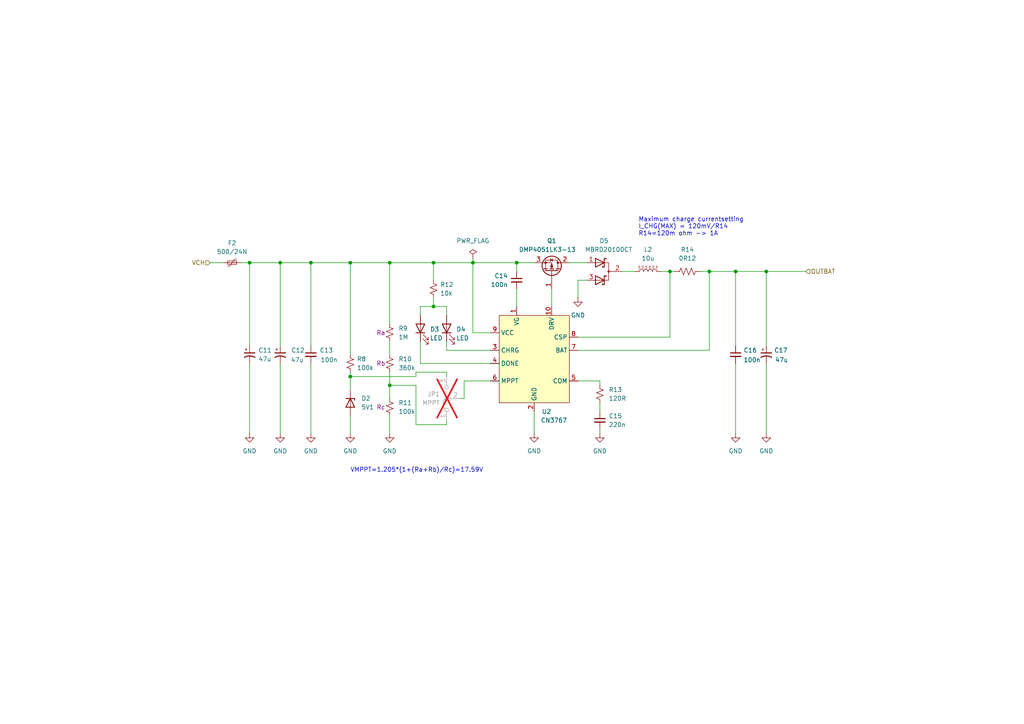
<source format=kicad_sch>
(kicad_sch (version 20250114) (generator "eeschema") (generator_version "9.0")
  (paper "A4")
  (title_block (title "UPS Lead Acid") (date "2025-06-05") (rev "1.0") (company "Electgpl"))
  (lib_symbols
    (symbol "Device:C_Polarized_Small_US" (pin_numbers (hide yes)) (pin_names (offset 0.254) (hide yes))
      (property "Reference" "C" (at 0.254 1.778 0))
      (property "Value" "C_Polarized_Small_US" (at 0.254 -2.032 0))
      (symbol "C_Polarized_Small_US_0_1"
        (polyline (pts (xy -1.524 0.508) (xy 1.524 0.508)) (stroke (width 0.3048)))
        (polyline (pts (xy -1.27 1.524) (xy -0.762 1.524)))
        (polyline (pts (xy -1.016 1.27) (xy -1.016 1.778)))
        (arc (start -1.524 -0.762) (mid 0 -0.3734) (end 1.524 -0.762) (stroke (width 0.3048)))
      )
      (symbol "C_Polarized_Small_US_1_1"
        (pin passive line (at 0 2.54 270) (length 2.032) (name "~") (number "1"))
        (pin passive line (at 0 -2.54 90) (length 2.032) (name "~") (number "2"))
      )
    )
    (symbol "Device:C_Small" (pin_numbers (hide yes)) (pin_names (offset 0.254) (hide yes))
      (property "Reference" "C" (at 0.254 1.778 0))
      (property "Value" "C_Small" (at 0.254 -2.032 0))
      (symbol "C_Small_0_1"
        (polyline (pts (xy -1.524 0.508) (xy 1.524 0.508)) (stroke (width 0.3048)))
        (polyline (pts (xy -1.524 -0.508) (xy 1.524 -0.508)) (stroke (width 0.3302)))
      )
      (symbol "C_Small_1_1"
        (pin passive line (at 0 2.54 270) (length 2.032) (name "~") (number "1"))
        (pin passive line (at 0 -2.54 90) (length 2.032) (name "~") (number "2"))
      )
    )
    (symbol "Device:D_Schottky_Dual_CommonCathode_AKA_Parallel" (pin_names (offset 0.762) (hide yes))
      (property "Reference" "D" (at 0 5.08 0))
      (property "Value" "D_Schottky_Dual_CommonCathode_AKA_Parallel" (at 0 -5.08 0))
      (symbol "D_Schottky_Dual_CommonCathode_AKA_Parallel_0_1"
        (polyline (pts (xy -2.54 3.81) (xy 0 2.54) (xy -2.54 1.27) (xy -2.54 3.81) (xy -2.54 3.81) (xy -2.54 3.81)) (stroke (width 0.254)))
        (polyline (pts (xy -2.54 -1.27) (xy 0 -2.54) (xy -2.54 -3.81) (xy -2.54 -1.27) (xy -2.54 -1.27) (xy -2.54 -1.27)) (stroke (width 0.254)))
        (polyline (pts (xy -2.54 -2.54) (xy 1.27 -2.54) (xy 1.27 2.54) (xy -2.54 2.54)))
        (polyline (pts (xy 0.508 3.556) (xy 0.508 3.81) (xy 0 3.81) (xy 0 1.27) (xy -0.508 1.27) (xy -0.508 1.524)) (stroke (width 0.254)))
        (polyline (pts (xy 0.508 -1.524) (xy 0.508 -1.27) (xy 0 -1.27) (xy 0 -3.81) (xy -0.508 -3.81) (xy -0.508 -3.556)) (stroke (width 0.254)))
        (polyline (pts (xy 1.27 0) (xy 2.54 0)))
        (circle (center 1.27 0) (radius 0.254) (fill (type outline)))
        (pin passive line (at -5.08 2.54 0) (length 2.54) (name "A") (number "1"))
        (pin passive line (at -5.08 -2.54 0) (length 2.54) (name "A") (number "3"))
        (pin passive line (at 5.08 0 180) (length 2.54) (name "K") (number "2"))
      )
    )
    (symbol "Device:D_Zener" (pin_numbers (hide yes)) (pin_names (offset 1.016) (hide yes))
      (property "Reference" "D" (at 0 2.54 0))
      (property "Value" "D_Zener" (at 0 -2.54 0))
      (symbol "D_Zener_0_1"
        (polyline (pts (xy -1.27 -1.27) (xy -1.27 1.27) (xy -0.762 1.27)) (stroke (width 0.254)))
        (polyline (pts (xy 1.27 0) (xy -1.27 0)))
        (polyline (pts (xy 1.27 -1.27) (xy 1.27 1.27) (xy -1.27 0) (xy 1.27 -1.27)) (stroke (width 0.254)))
      )
      (symbol "D_Zener_1_1"
        (pin passive line (at -3.81 0 0) (length 2.54) (name "K") (number "1"))
        (pin passive line (at 3.81 0 180) (length 2.54) (name "A") (number "2"))
      )
    )
    (symbol "Device:LED" (pin_numbers (hide yes)) (pin_names (offset 1.016) (hide yes))
      (property "Reference" "D" (at 0 2.54 0))
      (property "Value" "LED" (at 0 -2.54 0))
      (symbol "LED_0_1"
        (polyline (pts (xy -3.048 -0.762) (xy -4.572 -2.286) (xy -3.81 -2.286) (xy -4.572 -2.286) (xy -4.572 -1.524)))
        (polyline (pts (xy -1.778 -0.762) (xy -3.302 -2.286) (xy -2.54 -2.286) (xy -3.302 -2.286) (xy -3.302 -1.524)))
        (polyline (pts (xy -1.27 0) (xy 1.27 0)))
        (polyline (pts (xy -1.27 -1.27) (xy -1.27 1.27)) (stroke (width 0.254)))
        (polyline (pts (xy 1.27 -1.27) (xy 1.27 1.27) (xy -1.27 0) (xy 1.27 -1.27)) (stroke (width 0.254)))
      )
      (symbol "LED_1_1"
        (pin passive line (at -3.81 0 0) (length 2.54) (name "K") (number "1"))
        (pin passive line (at 3.81 0 180) (length 2.54) (name "A") (number "2"))
      )
    )
    (symbol "Device:L_Ferrite" (pin_numbers (hide yes)) (pin_names (offset 1.016) (hide yes))
      (property "Reference" "L" (at -1.27 0 90))
      (property "Value" "L_Ferrite" (at 2.794 0 90))
      (symbol "L_Ferrite_0_1"
        (arc (start 0 2.54) (mid 0.6323 1.905) (end 0 1.27))
        (arc (start 0 1.27) (mid 0.6323 0.635) (end 0 0))
        (arc (start 0 0) (mid 0.6323 -0.635) (end 0 -1.27))
        (arc (start 0 -1.27) (mid 0.6323 -1.905) (end 0 -2.54))
        (polyline (pts (xy 1.016 2.286) (xy 1.016 2.794)))
        (polyline (pts (xy 1.016 1.27) (xy 1.016 1.778)))
        (polyline (pts (xy 1.016 0.254) (xy 1.016 0.762)))
        (polyline (pts (xy 1.016 -0.762) (xy 1.016 -0.254)))
        (polyline (pts (xy 1.016 -1.778) (xy 1.016 -1.27)))
        (polyline (pts (xy 1.016 -2.794) (xy 1.016 -2.286)))
        (polyline (pts (xy 1.524 2.794) (xy 1.524 2.286)))
        (polyline (pts (xy 1.524 1.778) (xy 1.524 1.27)))
        (polyline (pts (xy 1.524 0.762) (xy 1.524 0.254)))
        (polyline (pts (xy 1.524 -0.254) (xy 1.524 -0.762)))
        (polyline (pts (xy 1.524 -1.27) (xy 1.524 -1.778)))
        (polyline (pts (xy 1.524 -2.286) (xy 1.524 -2.794)))
      )
      (symbol "L_Ferrite_1_1"
        (pin passive line (at 0 3.81 270) (length 1.27) (name "1") (number "1"))
        (pin passive line (at 0 -3.81 90) (length 1.27) (name "2") (number "2"))
      )
    )
    (symbol "Device:Polyfuse_Small" (pin_numbers (hide yes)) (pin_names (offset 0))
      (property "Reference" "F" (at -1.905 0 90))
      (property "Value" "Polyfuse_Small" (at 1.905 0 90))
      (symbol "Polyfuse_Small_0_1"
        (polyline (pts (xy -1.016 1.27) (xy -1.016 0.762) (xy 1.016 -0.762) (xy 1.016 -1.27)))
        (rectangle (start -0.508 1.27) (end 0.508 -1.27))
        (polyline (pts (xy 0 2.54) (xy 0 -2.54)))
      )
      (symbol "Polyfuse_Small_1_1"
        (pin passive line (at 0 2.54 270) (length 0.635) (name "~") (number "1"))
        (pin passive line (at 0 -2.54 90) (length 0.635) (name "~") (number "2"))
      )
    )
    (symbol "Device:R_Small_US" (pin_numbers (hide yes)) (pin_names (offset 0.254) (hide yes))
      (property "Reference" "R" (at 0.762 0.508 0))
      (property "Value" "R_Small_US" (at 0.762 -1.016 0))
      (symbol "R_Small_US_1_1"
        (polyline (pts (xy 0 1.524) (xy 1.016 1.143) (xy 0 0.762) (xy -1.016 0.381) (xy 0 0)))
        (polyline (pts (xy 0 0) (xy 1.016 -0.381) (xy 0 -0.762) (xy -1.016 -1.143) (xy 0 -1.524)))
        (pin passive line (at 0 2.54 270) (length 1.016) (name "~") (number "1"))
        (pin passive line (at 0 -2.54 90) (length 1.016) (name "~") (number "2"))
      )
    )
    (symbol "Device:R_US" (pin_numbers (hide yes)) (pin_names (offset 0))
      (property "Reference" "R" (at 2.54 0 90))
      (property "Value" "R_US" (at -2.54 0 90))
      (symbol "R_US_0_1"
        (polyline (pts (xy 0 2.286) (xy 0 2.54)))
        (polyline (pts (xy 0 2.286) (xy 1.016 1.905) (xy 0 1.524) (xy -1.016 1.143) (xy 0 0.762)))
        (polyline (pts (xy 0 0.762) (xy 1.016 0.381) (xy 0 0) (xy -1.016 -0.381) (xy 0 -0.762)))
        (polyline (pts (xy 0 -0.762) (xy 1.016 -1.143) (xy 0 -1.524) (xy -1.016 -1.905) (xy 0 -2.286)))
        (polyline (pts (xy 0 -2.286) (xy 0 -2.54)))
      )
      (symbol "R_US_1_1"
        (pin passive line (at 0 3.81 270) (length 1.27) (name "~") (number "1"))
        (pin passive line (at 0 -3.81 90) (length 1.27) (name "~") (number "2"))
      )
    )
    (symbol "EXO:CN3767"
      (property "Reference" "U" (at 5.08 -27.94 0))
      (property "Value" "CN3767" (at 7.62 -30.48 0))
      (symbol "CN3767_1_1"
        (polyline (pts (xy -10.16 -1.27) (xy 10.16 -1.27) (xy 10.16 -26.67) (xy -10.16 -26.67) (xy -10.16 -1.27)) (fill (type background)))
        (pin power_in line (at -12.7 -6.35 0) (length 2.54) (name "VCC") (number "9"))
        (pin open_collector line (at -12.7 -11.43 0) (length 2.54) (name "CHRG") (number "3"))
        (pin open_collector line (at -12.7 -15.24 0) (length 2.54) (name "DONE") (number "4"))
        (pin input line (at -12.7 -20.32 0) (length 2.54) (name "MPPT") (number "6"))
        (pin input line (at -5.08 1.27 270) (length 2.54) (name "VG") (number "1"))
        (pin power_out line (at 0 -29.21 90) (length 2.54) (name "GND") (number "2"))
        (pin output line (at 5.08 1.27 270) (length 2.54) (name "DRV") (number "10"))
        (pin input line (at 12.7 -7.62 180) (length 2.54) (name "CSP") (number "8"))
        (pin input line (at 12.7 -11.43 180) (length 2.54) (name "BAT") (number "7"))
        (pin output line (at 12.7 -20.32 180) (length 2.54) (name "COM") (number "5"))
      )
    )
    (symbol "Jumper:Jumper_3_Bridged12" (pin_names (offset 0) (hide yes))
      (property "Reference" "JP" (at -2.54 -2.54 0))
      (property "Value" "Jumper_3_Bridged12" (at 0 2.794 0))
      (symbol "Jumper_3_Bridged12_0_0"
        (circle (center -3.302 0) (radius 0.508))
        (circle (center 0 0) (radius 0.508))
        (circle (center 3.302 0) (radius 0.508))
      )
      (symbol "Jumper_3_Bridged12_0_1"
        (arc (start -3.048 0.508) (mid -1.651 0.9912) (end -0.254 0.508))
        (polyline (pts (xy 0 -1.27) (xy 0 -0.508)))
      )
      (symbol "Jumper_3_Bridged12_1_1"
        (pin passive line (at -6.35 0 0) (length 2.54) (name "A") (number "1"))
        (pin passive line (at 0 -3.81 90) (length 2.54) (name "C") (number "2"))
        (pin passive line (at 6.35 0 180) (length 2.54) (name "B") (number "3"))
      )
    )
    (symbol "Transistor_FET:QM6015D" (pin_names (hide yes))
      (property "Reference" "Q" (at 5.08 1.905 0))
      (property "Value" "QM6015D" (at 5.08 0 0))
      (symbol "QM6015D_0_1"
        (polyline (pts (xy 0.254 1.905) (xy 0.254 -1.905)) (stroke (width 0.254)))
        (polyline (pts (xy 0.254 0) (xy -2.54 0)))
        (polyline (pts (xy 0.762 2.286) (xy 0.762 1.27)) (stroke (width 0.254)))
        (polyline (pts (xy 0.762 1.778) (xy 3.302 1.778) (xy 3.302 -1.778) (xy 0.762 -1.778)))
        (polyline (pts (xy 0.762 0.508) (xy 0.762 -0.508)) (stroke (width 0.254)))
        (polyline (pts (xy 0.762 -1.27) (xy 0.762 -2.286)) (stroke (width 0.254)))
        (circle (center 1.651 0) (radius 2.794) (stroke (width 0.254)))
        (polyline (pts (xy 2.286 0) (xy 1.27 0.381) (xy 1.27 -0.381) (xy 2.286 0)) (fill (type outline)))
        (polyline (pts (xy 2.54 2.54) (xy 2.54 1.778)))
        (circle (center 2.54 1.778) (radius 0.254) (fill (type outline)))
        (circle (center 2.54 -1.778) (radius 0.254) (fill (type outline)))
        (polyline (pts (xy 2.54 -2.54) (xy 2.54 0) (xy 0.762 0)))
        (polyline (pts (xy 2.794 -0.508) (xy 2.921 -0.381) (xy 3.683 -0.381) (xy 3.81 -0.254)))
        (polyline (pts (xy 3.302 -0.381) (xy 2.921 0.254) (xy 3.683 0.254) (xy 3.302 -0.381)))
      )
      (symbol "QM6015D_1_1"
        (pin passive line (at -5.08 0 0) (length 2.54) (name "G") (number "1"))
        (pin passive line (at 2.54 5.08 270) (length 2.54) (name "D") (number "2"))
        (pin passive line (at 2.54 -5.08 90) (length 2.54) (name "S") (number "3"))
      )
    )
    (symbol "power:GND" (power) (pin_numbers (hide yes)) (pin_names (offset 0) (hide yes))
      (property "Value" "GND" (at 0 -3.81 0))
      (symbol "GND_0_1"
        (polyline (pts (xy 0 0) (xy 0 -1.27) (xy 1.27 -1.27) (xy 0 -2.54) (xy -1.27 -1.27) (xy 0 -1.27)))
      )
      (symbol "GND_1_1"
        (pin power_in line (at 0 0 270) (length 0) (name "~") (number "1"))
      )
    )
    (symbol "power:PWR_FLAG" (power) (pin_numbers (hide yes)) (pin_names (offset 0) (hide yes))
      (property "Value" "PWR_FLAG" (at 0 3.81 0))
      (symbol "PWR_FLAG_0_0"
        (pin power_out line (at 0 0 90) (length 0) (name "~") (number "1"))
      )
      (symbol "PWR_FLAG_0_1"
        (polyline (pts (xy 0 0) (xy 0 1.27) (xy -1.016 1.905) (xy 0 2.54) (xy 1.016 1.905) (xy 0 1.27)))
      )
    )
  )
  (text "VMPPT=1.205*(1+(Ra+Rb)/Rc)=17.59V" (at 101.6 137.16 0) (effects (font (size 1.27 1.27)) (justify left bottom)))
  (text "Maximum charge currentsetting\nI_CHG(MAX) = 120mV/R14\nR14=120m ohm -> 1A" (at 185.166 68.58 0) (effects (font (size 1.27 1.27)) (justify left bottom)))
  (junction (at 101.6 109.22))
  (junction (at 81.28 76.2))
  (junction (at 90.17 76.2))
  (junction (at 222.25 78.74))
  (junction (at 125.73 76.2))
  (junction (at 137.16 76.2))
  (junction (at 205.74 78.74))
  (junction (at 213.36 78.74))
  (junction (at 194.31 78.74))
  (junction (at 125.73 88.9))
  (junction (at 72.39 76.2))
  (junction (at 113.03 111.76))
  (junction (at 149.86 76.2))
  (junction (at 101.6 76.2))
  (junction (at 113.03 76.2))
  (wire (pts (xy 180.34 78.74) (xy 184.15 78.74)))
  (wire (pts (xy 205.74 101.6) (xy 205.74 78.74)))
  (wire (pts (xy 167.64 110.49) (xy 173.99 110.49)))
  (wire (pts (xy 120.65 109.22) (xy 101.6 109.22)))
  (wire (pts (xy 149.86 83.82) (xy 149.86 88.9)))
  (wire (pts (xy 203.2 78.74) (xy 205.74 78.74)))
  (wire (pts (xy 149.86 78.74) (xy 149.86 76.2)))
  (wire (pts (xy 137.16 96.52) (xy 137.16 76.2)))
  (wire (pts (xy 90.17 76.2) (xy 101.6 76.2)))
  (wire (pts (xy 90.17 105.41) (xy 90.17 125.73)))
  (wire (pts (xy 134.62 110.49) (xy 142.24 110.49)))
  (wire (pts (xy 213.36 78.74) (xy 222.25 78.74)))
  (wire (pts (xy 167.64 97.79) (xy 194.31 97.79)))
  (wire (pts (xy 129.54 109.22) (xy 129.54 107.95)))
  (wire (pts (xy 205.74 78.74) (xy 213.36 78.74)))
  (wire (pts (xy 160.02 83.82) (xy 160.02 88.9)))
  (wire (pts (xy 222.25 78.74) (xy 233.68 78.74)))
  (wire (pts (xy 167.64 81.28) (xy 170.18 81.28)))
  (wire (pts (xy 129.54 121.92) (xy 129.54 123.19)))
  (wire (pts (xy 194.31 78.74) (xy 195.58 78.74)))
  (wire (pts (xy 113.03 111.76) (xy 113.03 115.57)))
  (wire (pts (xy 129.54 101.6) (xy 142.24 101.6)))
  (wire (pts (xy 125.73 81.28) (xy 125.73 76.2)))
  (wire (pts (xy 113.03 120.65) (xy 113.03 125.73)))
  (wire (pts (xy 149.86 76.2) (xy 154.94 76.2)))
  (wire (pts (xy 72.39 105.41) (xy 72.39 125.73)))
  (wire (pts (xy 165.1 76.2) (xy 170.18 76.2)))
  (wire (pts (xy 60.96 76.2) (xy 64.77 76.2)))
  (wire (pts (xy 101.6 102.87) (xy 101.6 76.2)))
  (wire (pts (xy 137.16 76.2) (xy 149.86 76.2)))
  (wire (pts (xy 69.85 76.2) (xy 72.39 76.2)))
  (wire (pts (xy 81.28 105.41) (xy 81.28 125.73)))
  (wire (pts (xy 213.36 78.74) (xy 213.36 100.33)))
  (wire (pts (xy 101.6 76.2) (xy 113.03 76.2)))
  (wire (pts (xy 72.39 76.2) (xy 81.28 76.2)))
  (wire (pts (xy 129.54 107.95) (xy 120.65 107.95)))
  (wire (pts (xy 167.64 101.6) (xy 205.74 101.6)))
  (wire (pts (xy 72.39 100.33) (xy 72.39 76.2)))
  (wire (pts (xy 125.73 76.2) (xy 137.16 76.2)))
  (wire (pts (xy 81.28 76.2) (xy 90.17 76.2)))
  (wire (pts (xy 129.54 123.19) (xy 120.65 123.19)))
  (wire (pts (xy 137.16 74.93) (xy 137.16 76.2)))
  (wire (pts (xy 121.92 91.44) (xy 121.92 88.9)))
  (wire (pts (xy 154.94 119.38) (xy 154.94 125.73)))
  (wire (pts (xy 173.99 116.84) (xy 173.99 119.38)))
  (wire (pts (xy 121.92 105.41) (xy 121.92 99.06)))
  (wire (pts (xy 173.99 110.49) (xy 173.99 111.76)))
  (wire (pts (xy 113.03 99.06) (xy 113.03 102.87)))
  (wire (pts (xy 121.92 88.9) (xy 125.73 88.9)))
  (wire (pts (xy 113.03 76.2) (xy 125.73 76.2)))
  (wire (pts (xy 125.73 88.9) (xy 129.54 88.9)))
  (wire (pts (xy 121.92 105.41) (xy 142.24 105.41)))
  (wire (pts (xy 194.31 97.79) (xy 194.31 78.74)))
  (wire (pts (xy 101.6 107.95) (xy 101.6 109.22)))
  (wire (pts (xy 213.36 105.41) (xy 213.36 125.73)))
  (wire (pts (xy 173.99 124.46) (xy 173.99 125.73)))
  (wire (pts (xy 120.65 123.19) (xy 120.65 111.76)))
  (wire (pts (xy 113.03 93.98) (xy 113.03 76.2)))
  (wire (pts (xy 125.73 86.36) (xy 125.73 88.9)))
  (wire (pts (xy 113.03 107.95) (xy 113.03 111.76)))
  (wire (pts (xy 191.77 78.74) (xy 194.31 78.74)))
  (wire (pts (xy 167.64 81.28) (xy 167.64 86.36)))
  (wire (pts (xy 90.17 100.33) (xy 90.17 76.2)))
  (wire (pts (xy 133.35 115.57) (xy 134.62 115.57)))
  (wire (pts (xy 101.6 120.65) (xy 101.6 125.73)))
  (wire (pts (xy 120.65 107.95) (xy 120.65 109.22)))
  (wire (pts (xy 129.54 101.6) (xy 129.54 99.06)))
  (wire (pts (xy 81.28 100.33) (xy 81.28 76.2)))
  (wire (pts (xy 101.6 109.22) (xy 101.6 113.03)))
  (wire (pts (xy 222.25 105.41) (xy 222.25 125.73)))
  (wire (pts (xy 120.65 111.76) (xy 113.03 111.76)))
  (wire (pts (xy 129.54 88.9) (xy 129.54 91.44)))
  (wire (pts (xy 134.62 115.57) (xy 134.62 110.49)))
  (wire (pts (xy 222.25 78.74) (xy 222.25 100.33)))
  (wire (pts (xy 142.24 96.52) (xy 137.16 96.52)))
  (hierarchical_label "VCH" (shape input) (at 60.96 76.2 180))
  (hierarchical_label "OUTBAT" (shape input) (at 233.68 78.74 0))
  (symbol (lib_id "power:GND") (at 113.03 125.73 0) (unit 1)
    (property "Reference" "#PWR020" (effects (hide yes)))
    (property "Value" "GND" (at 113.03 130.81 0))
  )
  (symbol (lib_id "Device:R_Small_US") (at 113.03 96.52 0) (unit 1)
    (property "Reference" "R9" (at 115.57 95.25 0) (effects (justify left)))
    (property "Value" "1M" (at 115.57 97.79 0) (effects (justify left)))
    (property "Footprint" "Resistor_SMD:R_0603_1608Metric" (effects (hide yes)))
    (property "Aux" "Ra" (at 110.49 96.52 0))
    (property "Internal P/N" "R1M-0603-1" (effects (hide yes)))
    (property "LCSC" "C2907003" (effects (hide yes)))
    (property "MFR P/N" "FRC0603F1004TS" (effects (hide yes)))
  )
  (symbol (lib_id "Device:L_Ferrite") (at 187.96 78.74 90) (unit 1)
    (property "Reference" "L2" (at 187.96 72.39 90))
    (property "Value" "10u" (at 187.96 74.93 90))
    (property "Footprint" "Inductor_SMD:L_Taiyo-Yuden_NR-60xx" (effects (hide yes)))
    (property "Internal P/N" "L10U-10-12_12_6" (effects (hide yes)))
    (property "LCSC" "C360734" (effects (hide yes)))
    (property "MFR P/N" "VLS6045EX-100M" (effects (hide yes)))
  )
  (symbol (lib_id "power:GND") (at 72.39 125.73 0) (unit 1)
    (property "Reference" "#PWR016" (effects (hide yes)))
    (property "Value" "GND" (at 72.39 130.81 0))
  )
  (symbol (lib_id "Device:R_Small_US") (at 173.99 114.3 0) (unit 1)
    (property "Reference" "R13" (at 176.53 113.03 0) (effects (justify left)))
    (property "Value" "120R" (at 176.53 115.57 0) (effects (justify left)))
    (property "Footprint" "Resistor_SMD:R_0603_1608Metric" (effects (hide yes)))
    (property "Internal P/N" "R120-0603-1" (effects (hide yes)))
    (property "LCSC" "C2907096" (effects (hide yes)))
    (property "MFR P/N" "FRC0603J121 TS" (effects (hide yes)))
  )
  (symbol (lib_id "power:GND") (at 222.25 125.73 0) (unit 1)
    (property "Reference" "#PWR025" (effects (hide yes)))
    (property "Value" "GND" (at 222.25 130.81 0))
  )
  (symbol (lib_id "EXO:CN3767") (at 154.94 90.17 0) (unit 1)
    (property "Reference" "U2" (at 157.1341 119.38 0) (effects (justify left)))
    (property "Value" "CN3767" (at 156.845 121.92 0) (effects (justify left)))
    (property "Footprint" "Package_SO:SSOP-10_3.9x4.9mm_P1.00mm" (effects (hide yes)))
    (property "MFR P/N" "CN3767" (effects (hide yes)))
    (property "LCSC" "C81968" (effects (hide yes)))
  )
  (symbol (lib_id "Device:C_Small") (at 149.86 81.28 0) (mirror y) (unit 1)
    (property "Reference" "C14" (at 147.32 80.0163 0) (effects (justify left)))
    (property "Value" "100n" (at 147.32 82.5563 0) (effects (justify left)))
    (property "Footprint" "Capacitor_SMD:C_0603_1608Metric" (effects (hide yes)))
    (property "Internal P/N" "C100N-50-0603" (effects (hide yes)))
    (property "LCSC" "C1591" (effects (hide yes)))
    (property "MFR P/N" "CL10B104KB8NNNC" (effects (hide yes)))
  )
  (symbol (lib_id "Device:R_Small_US") (at 101.6 105.41 0) (unit 1)
    (property "Reference" "R8" (at 103.505 104.14 0) (effects (justify left)))
    (property "Value" "100k" (at 103.505 106.68 0) (effects (justify left)))
    (property "Footprint" "Resistor_SMD:R_0603_1608Metric" (effects (hide yes)))
    (property "Internal P/N" "R100K-0603-1" (effects (hide yes)))
    (property "LCSC" "C2907088" (effects (hide yes)))
    (property "MFR P/N" "FRC0603J104 TS" (effects (hide yes)))
  )
  (symbol (lib_id "Device:LED") (at 121.92 95.25 90) (unit 1)
    (property "Reference" "D3" (at 124.714 95.504 90) (effects (justify right)))
    (property "Value" "LED" (at 124.714 98.044 90) (effects (justify right)))
    (property "Footprint" "LED_SMD:LED_0603_1608Metric" (effects (hide yes)))
    (property "Internal P/N" "DL-GREEN-0603" (effects (hide yes)))
    (property "LCSC" "C965802" (effects (hide yes)))
    (property "MFR P/N" "XL-1608UYC-06" (effects (hide yes)))
  )
  (symbol (lib_id "Device:C_Small") (at 213.36 102.87 0) (unit 1)
    (property "Reference" "C16" (at 215.646 101.6 0) (effects (justify left)))
    (property "Value" "100n" (at 215.646 104.394 0) (effects (justify left)))
    (property "Footprint" "Capacitor_SMD:C_0603_1608Metric" (effects (hide yes)))
    (property "Internal P/N" "C100N-50-0603" (effects (hide yes)))
    (property "LCSC" "C1591" (effects (hide yes)))
    (property "MFR P/N" "CL10B104KB8NNNC" (effects (hide yes)))
  )
  (symbol (lib_id "Device:C_Small") (at 173.99 121.92 0) (unit 1)
    (property "Reference" "C15" (at 176.53 120.6563 0) (effects (justify left)))
    (property "Value" "220n" (at 176.53 123.1963 0) (effects (justify left)))
    (property "Footprint" "Capacitor_SMD:C_0603_1608Metric" (effects (hide yes)))
    (property "Internal P/N" "C220N-50-0603" (effects (hide yes)))
    (property "LCSC" "C64705" (effects (hide yes)))
    (property "MFR P/N" "CL10B224KB8NNNC" (effects (hide yes)))
  )
  (symbol (lib_id "power:GND") (at 167.64 86.36 0) (unit 1)
    (property "Reference" "#PWR022" (effects (hide yes)))
    (property "Value" "GND" (at 167.64 91.44 0))
    (property "Description" "Power symbol creates a global label with name \"GND\" , ground" (effects (hide yes)))
  )
  (symbol (lib_id "power:GND") (at 173.99 125.73 0) (unit 1)
    (property "Reference" "#PWR023" (effects (hide yes)))
    (property "Value" "GND" (at 173.99 130.81 0))
  )
  (symbol (lib_id "Device:C_Polarized_Small_US") (at 72.39 102.87 0) (unit 1)
    (property "Reference" "C11" (at 74.93 101.6 0) (effects (justify left)))
    (property "Value" "47u" (at 74.93 104.14 0) (effects (justify left)))
    (property "Footprint" "Capacitor_SMD:C_0805_2012Metric" (effects (hide yes)))
    (property "Internal P/N" "C47U-25-5_5.4" (effects (hide yes)))
    (property "LCSC" "C602037" (effects (hide yes)))
    (property "MFR P/N" "CL21A226MAYNNNE" (effects (hide yes)))
  )
  (symbol (lib_id "Device:R_Small_US") (at 113.03 118.11 0) (unit 1)
    (property "Reference" "R11" (at 115.57 116.84 0) (effects (justify left)))
    (property "Value" "100k" (at 115.57 119.38 0) (effects (justify left)))
    (property "Footprint" "Resistor_SMD:R_0603_1608Metric" (effects (hide yes)))
    (property "Aux" "Rc" (at 110.49 118.11 0))
    (property "Internal P/N" "R100K-0603-1" (effects (hide yes)))
    (property "LCSC" "C2907088" (effects (hide yes)))
    (property "MFR P/N" "FRC0603J104 TS" (effects (hide yes)))
  )
  (symbol (lib_id "Device:R_US") (at 199.39 78.74 90) (unit 1)
    (property "Reference" "R14" (at 199.39 72.39 90))
    (property "Value" "0R12" (at 199.39 74.93 90))
    (property "Footprint" "Resistor_SMD:R_2512_6332Metric" (effects (hide yes)))
    (property "Internal P/N" "R0.03-2512_2W-1" (effects (hide yes)))
    (property "LCSC" "C875871" (effects (hide yes)))
    (property "MFR P/N" "PT2512FK-7W0R12L" (effects (hide yes)))
  )
  (symbol (lib_id "Device:C_Polarized_Small_US") (at 222.25 102.87 0) (unit 1)
    (property "Reference" "C17" (at 224.536 101.6 0) (effects (justify left)))
    (property "Value" "47u" (at 224.79 104.394 0) (effects (justify left)))
    (property "Footprint" "Capacitor_SMD:C_0805_2012Metric" (effects (hide yes)))
    (property "Internal P/N" "C47U-25-5_5.4" (effects (hide yes)))
    (property "LCSC" "C602037" (effects (hide yes)))
    (property "MFR P/N" "CL21A226MAYNNNE" (effects (hide yes)))
  )
  (symbol (lib_id "Device:R_Small_US") (at 113.03 105.41 0) (unit 1)
    (property "Reference" "R10" (at 115.57 104.14 0) (effects (justify left)))
    (property "Value" "360k" (at 115.57 106.68 0) (effects (justify left)))
    (property "Footprint" "Resistor_SMD:R_0603_1608Metric" (effects (hide yes)))
    (property "Aux" "Rb" (at 110.49 105.41 0))
    (property "Internal P/N" "R360K-0603-1" (effects (hide yes)))
    (property "LCSC" "C2907029" (effects (hide yes)))
    (property "MFR P/N" "FRC0603F3603TS" (effects (hide yes)))
  )
  (symbol (lib_id "power:GND") (at 81.28 125.73 0) (unit 1)
    (property "Reference" "#PWR017" (effects (hide yes)))
    (property "Value" "GND" (at 81.28 130.81 0))
  )
  (symbol (lib_id "power:GND") (at 90.17 125.73 0) (unit 1)
    (property "Reference" "#PWR018" (effects (hide yes)))
    (property "Value" "GND" (at 90.17 130.81 0))
  )
  (symbol (lib_id "power:GND") (at 101.6 125.73 0) (unit 1)
    (property "Reference" "#PWR019" (effects (hide yes)))
    (property "Value" "GND" (at 101.6 130.81 0))
  )
  (symbol (lib_id "Device:Polyfuse_Small") (at 67.31 76.2 90) (unit 1)
    (property "Reference" "F2" (at 67.31 70.485 90))
    (property "Value" "500/24N" (at 67.31 73.025 90))
    (property "Footprint" "Fuse:Fuse_2920_7451Metric" (effects (hide yes)))
    (property "Description" "24V 5A 40A 10A 2920 Resettable Fuses ROHS" (effects (hide yes)))
    (property "Absolute minimum" "16V 3A" (effects (hide yes)))
    (property "Reference MFG P/N" "C6165172" (effects (hide yes)))
    (property "LCSC" "C6165172" (effects (hide yes)))
    (property "MFR P/N" "SMD2920-500/24N" (effects (hide yes)))
  )
  (symbol (lib_id "Device:R_Small_US") (at 125.73 83.82 0) (unit 1)
    (property "Reference" "R12" (at 127.635 82.55 0) (effects (justify left)))
    (property "Value" "10k" (at 127.635 85.09 0) (effects (justify left)))
    (property "Footprint" "Resistor_SMD:R_0603_1608Metric" (effects (hide yes)))
    (property "Internal P/N" "R10K-0603-1" (effects (hide yes)))
    (property "LCSC" "C2930027" (effects (hide yes)))
    (property "MFR P/N" "FRC0603J103 TS" (effects (hide yes)))
  )
  (symbol (lib_id "Transistor_FET:QM6015D") (at 160.02 78.74 270) (mirror x) (unit 1)
    (property "Reference" "Q1" (at 160.02 69.85 90))
    (property "Value" "DMP4051LK3-13" (at 158.75 72.39 90))
    (property "Footprint" "Package_TO_SOT_SMD:TO-252-2" (effects (hide yes)))
    (property "Datasheet" "http://www.jaolen.com/images/pdf/QM6015D.pdf" (effects (hide yes)))
    (property "Description" "-35A Id, -60V Vds, P-Channel Power MOSFET, 25mOhm Ron, 25.0nC Qg (typ), TO252" (effects (hide yes)))
    (property "LCSC" "C397952" (effects (hide yes)))
    (property "MFR P/N" "DMP4051LK3-13" (effects (hide yes)))
  )
  (symbol (lib_id "Device:LED") (at 129.54 95.25 90) (unit 1)
    (property "Reference" "D4" (at 132.334 95.504 90) (effects (justify right)))
    (property "Value" "LED" (at 132.334 98.044 90) (effects (justify right)))
    (property "Footprint" "LED_SMD:LED_0603_1608Metric" (effects (hide yes)))
    (property "Internal P/N" "DL-RED-0603" (effects (hide yes)))
    (property "LCSC" "C965802" (effects (hide yes)))
    (property "MFR P/N" "XL-1608UYC-06" (effects (hide yes)))
  )
  (symbol (lib_id "Device:D_Zener") (at 101.6 116.84 270) (unit 1)
    (property "Reference" "D2" (at 104.775 115.57 90) (effects (justify left)))
    (property "Value" "5V1" (at 104.775 118.11 90) (effects (justify left)))
    (property "Footprint" "Diode_SMD:D_SOD-123" (effects (hide yes)))
    (property "Internal P/N" "DZ-5.1" (effects (hide yes)))
    (property "LCSC" "C66198" (effects (hide yes)))
    (property "MFR P/N" "MMSZ5231BT1G" (effects (hide yes)))
  )
  (symbol (lib_id "Jumper:Jumper_3_Bridged12") (at 129.54 115.57 90) (unit 1) (dnp yes)
    (property "Reference" "JP1" (at 127.635 114.3 90) (effects (justify left)))
    (property "Value" "MPPT" (at 127.635 116.84 90) (effects (justify left)))
    (property "Footprint" "Jumper:SolderJumper-3_P1.3mm_Open_Pad1.0x1.5mm" (effects (hide yes)))
  )
  (symbol (lib_id "power:GND") (at 154.94 125.73 0) (unit 1)
    (property "Reference" "#PWR021" (effects (hide yes)))
    (property "Value" "GND" (at 154.94 130.81 0))
  )
  (symbol (lib_id "power:GND") (at 213.36 125.73 0) (unit 1)
    (property "Reference" "#PWR024" (effects (hide yes)))
    (property "Value" "GND" (at 213.36 130.81 0))
  )
  (symbol (lib_id "power:PWR_FLAG") (at 137.16 74.93 0) (unit 1)
    (property "Reference" "#FLG03" (effects (hide yes)))
    (property "Value" "PWR_FLAG" (at 137.16 69.85 0))
    (property "Description" "Special symbol for telling ERC where power comes from" (effects (hide yes)))
  )
  (symbol (lib_id "Device:D_Schottky_Dual_CommonCathode_AKA_Parallel") (at 175.26 78.74 0) (unit 1)
    (property "Reference" "D5" (at 175.1965 69.85 0))
    (property "Value" "MBRD20100CT" (at 176.53 72.39 0))
    (property "Footprint" "Package_TO_SOT_SMD:TO-252-2" (effects (hide yes)))
    (property "Description" "20A SCHOTTKY BARRIER RECTIFIER" (effects (hide yes)))
    (property "LCSC" "C460890" (effects (hide yes)))
    (property "MFR P/N" "MBRD20100CT-13" (effects (hide yes)))
  )
  (symbol (lib_id "Device:C_Polarized_Small_US") (at 81.28 102.87 0) (unit 1)
    (property "Reference" "C12" (at 84.455 101.6 0) (effects (justify left)))
    (property "Value" "47u" (at 84.328 104.394 0) (effects (justify left)))
    (property "Footprint" "Capacitor_SMD:C_0805_2012Metric" (effects (hide yes)))
    (property "Internal P/N" "C47U-25-5_5.4" (effects (hide yes)))
    (property "LCSC" "C602037" (effects (hide yes)))
    (property "MFR P/N" "CL21A226MAYNNNE" (effects (hide yes)))
  )
  (symbol (lib_id "Device:C_Small") (at 90.17 102.87 0) (unit 1)
    (property "Reference" "C13" (at 92.71 101.6063 0) (effects (justify left)))
    (property "Value" "100n" (at 92.964 104.394 0) (effects (justify left)))
    (property "Footprint" "Capacitor_SMD:C_0603_1608Metric" (effects (hide yes)))
    (property "Internal P/N" "C100N-50-0603" (effects (hide yes)))
    (property "LCSC" "C1591" (effects (hide yes)))
    (property "MFR P/N" "CL10B104KB8NNNC" (effects (hide yes)))
  )
)
</source>
